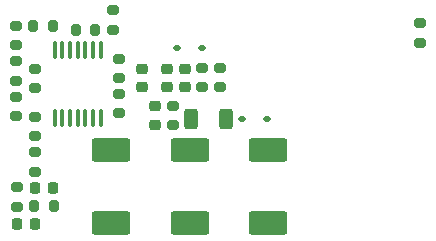
<source format=gbr>
%TF.GenerationSoftware,KiCad,Pcbnew,8.0.4*%
%TF.CreationDate,2024-08-14T23:05:24-07:00*%
%TF.ProjectId,SleepyWoof,536c6565-7079-4576-9f6f-662e6b696361,rev?*%
%TF.SameCoordinates,Original*%
%TF.FileFunction,Paste,Top*%
%TF.FilePolarity,Positive*%
%FSLAX46Y46*%
G04 Gerber Fmt 4.6, Leading zero omitted, Abs format (unit mm)*
G04 Created by KiCad (PCBNEW 8.0.4) date 2024-08-14 23:05:24*
%MOMM*%
%LPD*%
G01*
G04 APERTURE LIST*
G04 Aperture macros list*
%AMRoundRect*
0 Rectangle with rounded corners*
0 $1 Rounding radius*
0 $2 $3 $4 $5 $6 $7 $8 $9 X,Y pos of 4 corners*
0 Add a 4 corners polygon primitive as box body*
4,1,4,$2,$3,$4,$5,$6,$7,$8,$9,$2,$3,0*
0 Add four circle primitives for the rounded corners*
1,1,$1+$1,$2,$3*
1,1,$1+$1,$4,$5*
1,1,$1+$1,$6,$7*
1,1,$1+$1,$8,$9*
0 Add four rect primitives between the rounded corners*
20,1,$1+$1,$2,$3,$4,$5,0*
20,1,$1+$1,$4,$5,$6,$7,0*
20,1,$1+$1,$6,$7,$8,$9,0*
20,1,$1+$1,$8,$9,$2,$3,0*%
G04 Aperture macros list end*
%ADD10RoundRect,0.250000X-1.400000X0.750000X-1.400000X-0.750000X1.400000X-0.750000X1.400000X0.750000X0*%
%ADD11RoundRect,0.200000X-0.275000X0.200000X-0.275000X-0.200000X0.275000X-0.200000X0.275000X0.200000X0*%
%ADD12RoundRect,0.250000X0.312500X0.625000X-0.312500X0.625000X-0.312500X-0.625000X0.312500X-0.625000X0*%
%ADD13RoundRect,0.112500X-0.187500X-0.112500X0.187500X-0.112500X0.187500X0.112500X-0.187500X0.112500X0*%
%ADD14RoundRect,0.225000X0.250000X-0.225000X0.250000X0.225000X-0.250000X0.225000X-0.250000X-0.225000X0*%
%ADD15RoundRect,0.200000X0.275000X-0.200000X0.275000X0.200000X-0.275000X0.200000X-0.275000X-0.200000X0*%
%ADD16RoundRect,0.200000X0.200000X0.275000X-0.200000X0.275000X-0.200000X-0.275000X0.200000X-0.275000X0*%
%ADD17RoundRect,0.100000X0.100000X-0.637500X0.100000X0.637500X-0.100000X0.637500X-0.100000X-0.637500X0*%
%ADD18RoundRect,0.225000X-0.250000X0.225000X-0.250000X-0.225000X0.250000X-0.225000X0.250000X0.225000X0*%
%ADD19RoundRect,0.218750X-0.218750X-0.256250X0.218750X-0.256250X0.218750X0.256250X-0.218750X0.256250X0*%
%ADD20RoundRect,0.225000X0.225000X0.250000X-0.225000X0.250000X-0.225000X-0.250000X0.225000X-0.250000X0*%
G04 APERTURE END LIST*
D10*
%TO.C,C3*%
X188160000Y-107572500D03*
X188160000Y-113772500D03*
%TD*%
%TO.C,C2*%
X181525000Y-107572500D03*
X181525000Y-113772500D03*
%TD*%
%TO.C,C1*%
X174890000Y-107572500D03*
X174890000Y-113772500D03*
%TD*%
D11*
%TO.C,R10*%
X175530000Y-102810000D03*
X175530000Y-104460000D03*
%TD*%
%TO.C,R14*%
X182605000Y-100610000D03*
X182605000Y-102260000D03*
%TD*%
D12*
%TO.C,R1*%
X184580000Y-104935000D03*
X181655000Y-104935000D03*
%TD*%
D11*
%TO.C,R17*%
X168400000Y-100675000D03*
X168400000Y-102325000D03*
%TD*%
D13*
%TO.C,D1*%
X185967500Y-104935000D03*
X188067500Y-104935000D03*
%TD*%
D11*
%TO.C,R16*%
X184105000Y-100610000D03*
X184105000Y-102260000D03*
%TD*%
D14*
%TO.C,C8*%
X177505000Y-102235000D03*
X177505000Y-100685000D03*
%TD*%
D15*
%TO.C,R9*%
X168417500Y-109385000D03*
X168417500Y-107735000D03*
%TD*%
D11*
%TO.C,R5*%
X166817500Y-103035000D03*
X166817500Y-104685000D03*
%TD*%
%TO.C,R6*%
X168405000Y-104735000D03*
X168405000Y-106385000D03*
%TD*%
D13*
%TO.C,D3*%
X180455000Y-98960000D03*
X182555000Y-98960000D03*
%TD*%
D16*
%TO.C,R2*%
X169930000Y-97060000D03*
X168280000Y-97060000D03*
%TD*%
D15*
%TO.C,R13*%
X175005000Y-97360000D03*
X175005000Y-95710000D03*
%TD*%
D17*
%TO.C,U1*%
X170080000Y-104822500D03*
X170730000Y-104822500D03*
X171380000Y-104822500D03*
X172030000Y-104822500D03*
X172680000Y-104822500D03*
X173330000Y-104822500D03*
X173980000Y-104822500D03*
X173980000Y-99097500D03*
X173330000Y-99097500D03*
X172680000Y-99097500D03*
X172030000Y-99097500D03*
X171380000Y-99097500D03*
X170730000Y-99097500D03*
X170080000Y-99097500D03*
%TD*%
D18*
%TO.C,C7*%
X179605000Y-100660000D03*
X179605000Y-102210000D03*
%TD*%
D19*
%TO.C,D2*%
X166882500Y-113860000D03*
X168457500Y-113860000D03*
%TD*%
D15*
%TO.C,R11*%
X180080000Y-105460000D03*
X180080000Y-103810000D03*
%TD*%
D18*
%TO.C,C6*%
X181105000Y-100660000D03*
X181105000Y-102210000D03*
%TD*%
D15*
%TO.C,R12*%
X175530000Y-101460000D03*
X175530000Y-99810000D03*
%TD*%
D11*
%TO.C,R8*%
X166900000Y-110720000D03*
X166900000Y-112370000D03*
%TD*%
%TO.C,R4*%
X166817500Y-100035000D03*
X166817500Y-101685000D03*
%TD*%
D20*
%TO.C,C4*%
X169942500Y-110800000D03*
X168392500Y-110800000D03*
%TD*%
D16*
%TO.C,R15*%
X173530000Y-97360000D03*
X171880000Y-97360000D03*
%TD*%
D11*
%TO.C,R3*%
X166817500Y-97035000D03*
X166817500Y-98685000D03*
%TD*%
D16*
%TO.C,R7*%
X170005000Y-112300000D03*
X168355000Y-112300000D03*
%TD*%
D11*
%TO.C,R18*%
X201050000Y-96805000D03*
X201050000Y-98455000D03*
%TD*%
D14*
%TO.C,C5*%
X178605000Y-105410000D03*
X178605000Y-103860000D03*
%TD*%
M02*

</source>
